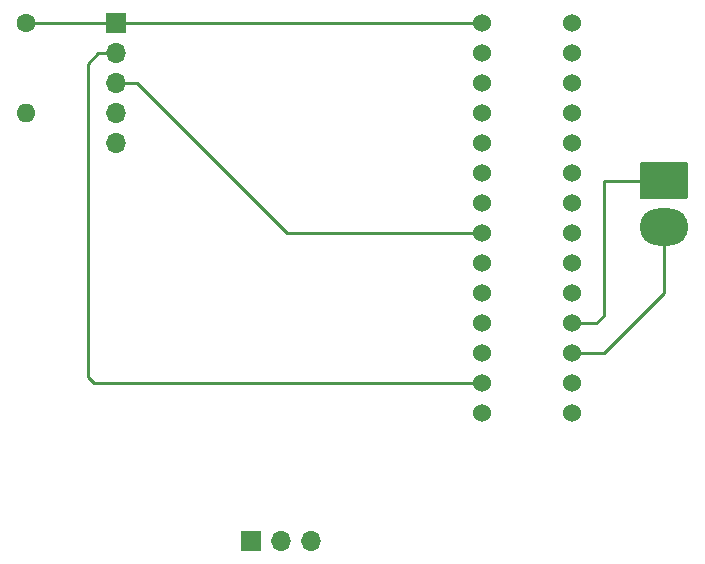
<source format=gtl>
G04 #@! TF.GenerationSoftware,KiCad,Pcbnew,(5.1.5)-3*
G04 #@! TF.CreationDate,2021-02-10T11:03:32-05:00*
G04 #@! TF.ProjectId,PCB,5043422e-6b69-4636-9164-5f7063625858,rev?*
G04 #@! TF.SameCoordinates,Original*
G04 #@! TF.FileFunction,Copper,L1,Top*
G04 #@! TF.FilePolarity,Positive*
%FSLAX46Y46*%
G04 Gerber Fmt 4.6, Leading zero omitted, Abs format (unit mm)*
G04 Created by KiCad (PCBNEW (5.1.5)-3) date 2021-02-10 11:03:32*
%MOMM*%
%LPD*%
G04 APERTURE LIST*
%ADD10O,1.700000X1.700000*%
%ADD11R,1.700000X1.700000*%
%ADD12C,0.100000*%
%ADD13O,4.100000X3.160000*%
%ADD14C,1.600000*%
%ADD15O,1.600000X1.600000*%
%ADD16C,1.524000*%
%ADD17C,0.254000*%
G04 APERTURE END LIST*
D10*
X108585000Y-94615000D03*
X108585000Y-92075000D03*
X108585000Y-89535000D03*
X108585000Y-86995000D03*
D11*
X108585000Y-84455000D03*
G04 #@! TA.AperFunction,ComponentPad*
D12*
G36*
X156764504Y-96211204D02*
G01*
X156788773Y-96214804D01*
X156812571Y-96220765D01*
X156835671Y-96229030D01*
X156857849Y-96239520D01*
X156878893Y-96252133D01*
X156898598Y-96266747D01*
X156916777Y-96283223D01*
X156933253Y-96301402D01*
X156947867Y-96321107D01*
X156960480Y-96342151D01*
X156970970Y-96364329D01*
X156979235Y-96387429D01*
X156985196Y-96411227D01*
X156988796Y-96435496D01*
X156990000Y-96460000D01*
X156990000Y-99120000D01*
X156988796Y-99144504D01*
X156985196Y-99168773D01*
X156979235Y-99192571D01*
X156970970Y-99215671D01*
X156960480Y-99237849D01*
X156947867Y-99258893D01*
X156933253Y-99278598D01*
X156916777Y-99296777D01*
X156898598Y-99313253D01*
X156878893Y-99327867D01*
X156857849Y-99340480D01*
X156835671Y-99350970D01*
X156812571Y-99359235D01*
X156788773Y-99365196D01*
X156764504Y-99368796D01*
X156740000Y-99370000D01*
X153140000Y-99370000D01*
X153115496Y-99368796D01*
X153091227Y-99365196D01*
X153067429Y-99359235D01*
X153044329Y-99350970D01*
X153022151Y-99340480D01*
X153001107Y-99327867D01*
X152981402Y-99313253D01*
X152963223Y-99296777D01*
X152946747Y-99278598D01*
X152932133Y-99258893D01*
X152919520Y-99237849D01*
X152909030Y-99215671D01*
X152900765Y-99192571D01*
X152894804Y-99168773D01*
X152891204Y-99144504D01*
X152890000Y-99120000D01*
X152890000Y-96460000D01*
X152891204Y-96435496D01*
X152894804Y-96411227D01*
X152900765Y-96387429D01*
X152909030Y-96364329D01*
X152919520Y-96342151D01*
X152932133Y-96321107D01*
X152946747Y-96301402D01*
X152963223Y-96283223D01*
X152981402Y-96266747D01*
X153001107Y-96252133D01*
X153022151Y-96239520D01*
X153044329Y-96229030D01*
X153067429Y-96220765D01*
X153091227Y-96214804D01*
X153115496Y-96211204D01*
X153140000Y-96210000D01*
X156740000Y-96210000D01*
X156764504Y-96211204D01*
G37*
G04 #@! TD.AperFunction*
D13*
X154940000Y-101750000D03*
D11*
X120015000Y-128270000D03*
D10*
X122555000Y-128270000D03*
X125095000Y-128270000D03*
D14*
X100965000Y-84455000D03*
D15*
X100965000Y-92075000D03*
D16*
X139573000Y-84455000D03*
X139573000Y-86995000D03*
X139573000Y-89535000D03*
X139573000Y-92075000D03*
X139573000Y-94615000D03*
X139573000Y-97155000D03*
X139573000Y-99695000D03*
X139573000Y-102235000D03*
X139573000Y-104775000D03*
X139573000Y-107315000D03*
X139573000Y-109855000D03*
X139573000Y-112395000D03*
X139573000Y-114935000D03*
X139573000Y-117475000D03*
X147193000Y-117475000D03*
X147193000Y-114935000D03*
X147193000Y-112395000D03*
X147193000Y-109855000D03*
X147193000Y-107315000D03*
X147193000Y-104775000D03*
X147193000Y-102235000D03*
X147193000Y-99695000D03*
X147193000Y-97155000D03*
X147193000Y-94615000D03*
X147193000Y-92075000D03*
X147193000Y-89535000D03*
X147193000Y-86995000D03*
X147193000Y-84455000D03*
D17*
X102096370Y-84455000D02*
X108585000Y-84455000D01*
X100965000Y-84455000D02*
X102096370Y-84455000D01*
X136144000Y-84455000D02*
X139573000Y-84455000D01*
X108585000Y-84455000D02*
X136144000Y-84455000D01*
X106680000Y-114935000D02*
X139573000Y-114935000D01*
X106172000Y-114427000D02*
X106680000Y-114935000D01*
X106172000Y-87884000D02*
X106172000Y-114427000D01*
X108585000Y-86995000D02*
X107061000Y-86995000D01*
X107061000Y-86995000D02*
X106172000Y-87884000D01*
X108585000Y-89535000D02*
X110363000Y-89535000D01*
X123063000Y-102235000D02*
X136144000Y-102235000D01*
X110363000Y-89535000D02*
X123063000Y-102235000D01*
X136144000Y-102235000D02*
X139573000Y-102235000D01*
X154940000Y-101750000D02*
X154940000Y-107315000D01*
X149860000Y-112395000D02*
X147193000Y-112395000D01*
X154940000Y-107315000D02*
X149860000Y-112395000D01*
X154940000Y-97790000D02*
X149860000Y-97790000D01*
X149860000Y-97790000D02*
X149860000Y-109220000D01*
X149225000Y-109855000D02*
X147193000Y-109855000D01*
X149860000Y-109220000D02*
X149225000Y-109855000D01*
M02*

</source>
